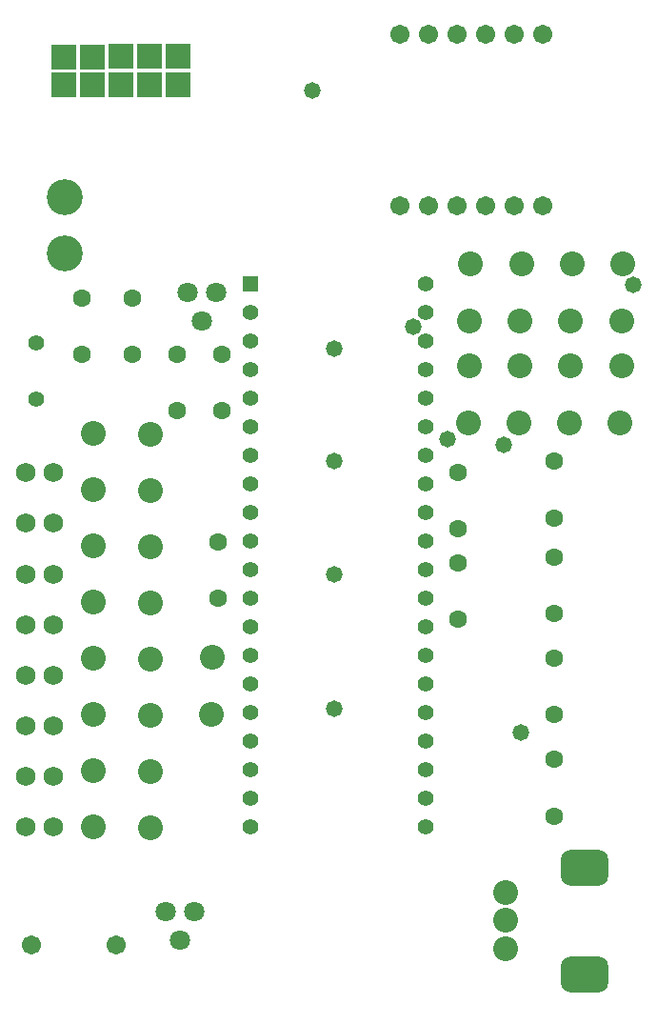
<source format=gts>
G04*
G04 #@! TF.GenerationSoftware,Altium Limited,Altium Designer,19.1.6 (110)*
G04*
G04 Layer_Color=8388736*
%FSLAX44Y44*%
%MOMM*%
G71*
G01*
G75*
%ADD17C,1.8032*%
%ADD18C,1.4032*%
%ADD19R,1.4032X1.4032*%
%ADD20C,1.6032*%
%ADD21C,2.2032*%
%ADD22C,1.7272*%
G04:AMPARAMS|DCode=23|XSize=3.2032mm|YSize=4.2032mm|CornerRadius=0.8516mm|HoleSize=0mm|Usage=FLASHONLY|Rotation=90.000|XOffset=0mm|YOffset=0mm|HoleType=Round|Shape=RoundedRectangle|*
%AMROUNDEDRECTD23*
21,1,3.2032,2.5000,0,0,90.0*
21,1,1.5000,4.2032,0,0,90.0*
1,1,1.7032,1.2500,0.7500*
1,1,1.7032,1.2500,-0.7500*
1,1,1.7032,-1.2500,-0.7500*
1,1,1.7032,-1.2500,0.7500*
%
%ADD23ROUNDEDRECTD23*%
%ADD24C,1.7032*%
%ADD25C,3.2032*%
%ADD26R,2.2032X2.2032*%
%ADD27C,1.4732*%
D17*
X432300Y994600D02*
D03*
X419600Y1020000D02*
D03*
X445000D02*
D03*
X425400Y470000D02*
D03*
X400000D02*
D03*
X412700Y444600D02*
D03*
D18*
X285000Y925200D02*
D03*
Y975000D02*
D03*
X630580Y1027800D02*
D03*
Y1002400D02*
D03*
Y977000D02*
D03*
Y951600D02*
D03*
Y926200D02*
D03*
Y900800D02*
D03*
Y875400D02*
D03*
Y850000D02*
D03*
Y824600D02*
D03*
Y799200D02*
D03*
Y773800D02*
D03*
Y748400D02*
D03*
Y723000D02*
D03*
Y697600D02*
D03*
Y672200D02*
D03*
Y646800D02*
D03*
Y621400D02*
D03*
Y596000D02*
D03*
Y570600D02*
D03*
Y545200D02*
D03*
X475000D02*
D03*
Y570600D02*
D03*
Y596000D02*
D03*
Y621400D02*
D03*
Y646800D02*
D03*
Y672200D02*
D03*
Y697600D02*
D03*
Y723000D02*
D03*
Y748400D02*
D03*
Y773800D02*
D03*
Y799200D02*
D03*
Y824600D02*
D03*
Y850000D02*
D03*
Y875400D02*
D03*
Y900800D02*
D03*
Y926200D02*
D03*
Y951600D02*
D03*
Y977000D02*
D03*
Y1002400D02*
D03*
D19*
Y1027800D02*
D03*
D20*
X745000Y695000D02*
D03*
Y645000D02*
D03*
X410000Y965000D02*
D03*
Y915001D02*
D03*
X450000Y965000D02*
D03*
Y915001D02*
D03*
X446270Y748730D02*
D03*
Y798730D02*
D03*
X745000Y555000D02*
D03*
Y605000D02*
D03*
X745000Y820000D02*
D03*
Y870000D02*
D03*
X745000Y735000D02*
D03*
Y785000D02*
D03*
X370000Y1015000D02*
D03*
Y965000D02*
D03*
X325000Y1015000D02*
D03*
Y965000D02*
D03*
X660000Y860000D02*
D03*
Y810000D02*
D03*
Y779622D02*
D03*
Y729622D02*
D03*
D21*
X804000Y904000D02*
D03*
X805000Y955000D02*
D03*
X759000Y904000D02*
D03*
X760000Y955000D02*
D03*
X714000Y904000D02*
D03*
X715000Y955000D02*
D03*
X669000Y904000D02*
D03*
X670000Y955000D02*
D03*
X335000Y545000D02*
D03*
X386000Y544000D02*
D03*
X441000Y696000D02*
D03*
X440000Y645000D02*
D03*
X806000Y1046000D02*
D03*
X805000Y995000D02*
D03*
X761000Y1046000D02*
D03*
X760000Y995000D02*
D03*
X386000Y594000D02*
D03*
X335000Y595000D02*
D03*
X386000Y644000D02*
D03*
X335000Y645000D02*
D03*
X386000Y694000D02*
D03*
X335000Y695000D02*
D03*
X386000Y744000D02*
D03*
X335000Y745000D02*
D03*
X386000Y794000D02*
D03*
X335000Y795000D02*
D03*
X386000Y844000D02*
D03*
X335000Y845000D02*
D03*
X386000Y894000D02*
D03*
X335000Y895000D02*
D03*
X716000Y1046000D02*
D03*
X715000Y995000D02*
D03*
X671000Y1046000D02*
D03*
X670000Y995000D02*
D03*
X702000Y462000D02*
D03*
Y487000D02*
D03*
Y437000D02*
D03*
D22*
X275000Y860000D02*
D03*
X300000D02*
D03*
X275000Y770000D02*
D03*
X300000D02*
D03*
X275000Y680000D02*
D03*
X300000D02*
D03*
X275000Y590000D02*
D03*
X300000D02*
D03*
X275000Y545000D02*
D03*
X300000D02*
D03*
X275000Y815000D02*
D03*
X300000D02*
D03*
X275000Y725000D02*
D03*
X300000D02*
D03*
X275000Y635000D02*
D03*
X300000D02*
D03*
D23*
X772000Y509000D02*
D03*
Y414000D02*
D03*
D24*
X280000Y440000D02*
D03*
X356000D02*
D03*
X608000Y1250000D02*
D03*
X633400D02*
D03*
X658800D02*
D03*
X684200D02*
D03*
X709600D02*
D03*
X735000D02*
D03*
Y1097600D02*
D03*
X709600D02*
D03*
X684200D02*
D03*
X658800D02*
D03*
X633400D02*
D03*
X608000D02*
D03*
D25*
X310000Y1055000D02*
D03*
Y1105000D02*
D03*
D26*
X309400Y1204600D02*
D03*
X334400D02*
D03*
X360000Y1205000D02*
D03*
X385400D02*
D03*
X410800D02*
D03*
X309400Y1229600D02*
D03*
X334400D02*
D03*
X360000Y1230000D02*
D03*
X385400D02*
D03*
X410800D02*
D03*
D27*
X650000Y890000D02*
D03*
X700000Y885000D02*
D03*
X620000Y990000D02*
D03*
X530000Y1200000D02*
D03*
X715821Y628988D02*
D03*
X550000Y650000D02*
D03*
Y770000D02*
D03*
Y870000D02*
D03*
Y970000D02*
D03*
X815340Y1026922D02*
D03*
M02*

</source>
